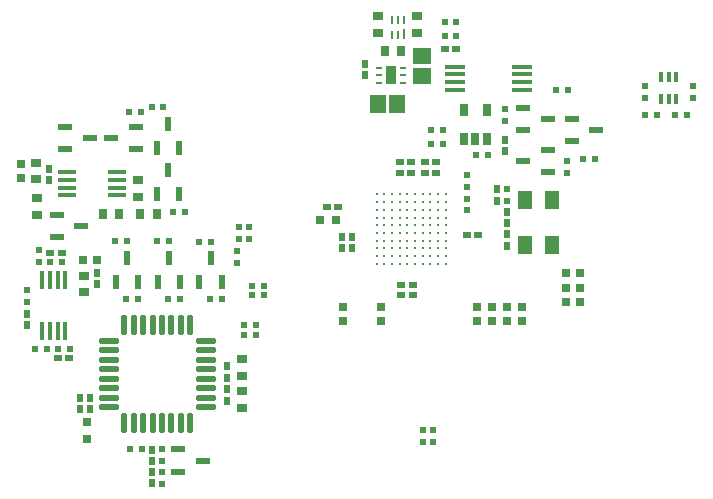
<source format=gbp>
G04 Layer_Color=128*
%FSLAX43Y43*%
%MOMM*%
G71*
G01*
G75*
%ADD28R,0.500X0.650*%
%ADD29R,0.550X0.600*%
%ADD30R,0.850X0.800*%
%ADD31R,0.600X0.550*%
%ADD32R,0.650X0.500*%
%ADD33R,0.700X0.700*%
%ADD35R,0.700X0.700*%
%ADD36R,0.800X0.850*%
%ADD78R,1.300X1.600*%
%ADD81C,0.280*%
%ADD83R,1.600X0.450*%
%ADD84R,0.650X1.050*%
%ADD85O,1.750X0.550*%
%ADD86O,0.550X1.750*%
%ADD87R,1.700X0.350*%
%ADD88R,1.300X0.600*%
%ADD89R,0.350X0.850*%
%ADD90R,0.650X0.800*%
%ADD91R,0.800X0.650*%
%ADD92R,1.350X1.500*%
%ADD94R,1.500X1.350*%
%ADD95R,0.600X1.300*%
%ADD96R,0.450X1.600*%
%ADD174R,0.250X0.800*%
%ADD175R,0.250X0.900*%
%ADD176R,0.900X1.500*%
%ADD177R,0.550X0.250*%
D28*
X-30875Y-22375D02*
D03*
Y-21425D02*
D03*
X-30000Y-22375D02*
D03*
Y-21425D02*
D03*
X-28900Y-7775D02*
D03*
Y-6825D02*
D03*
X-40600Y-35300D02*
D03*
Y-34350D02*
D03*
X-40600Y-32400D02*
D03*
Y-33350D02*
D03*
X-52250Y-35050D02*
D03*
Y-36000D02*
D03*
X-53075Y-35050D02*
D03*
Y-36000D02*
D03*
X-46975Y-42300D02*
D03*
Y-41350D02*
D03*
Y-40400D02*
D03*
Y-39450D02*
D03*
X-55650Y-16650D02*
D03*
Y-15700D02*
D03*
X-16900Y-21225D02*
D03*
Y-22175D02*
D03*
X-17800Y-18375D02*
D03*
Y-17425D02*
D03*
X-17100Y-14200D02*
D03*
Y-13250D02*
D03*
X-51650Y-24500D02*
D03*
Y-25450D02*
D03*
X-57550Y-27975D02*
D03*
Y-28925D02*
D03*
X-16900Y-20275D02*
D03*
Y-19325D02*
D03*
D29*
X-24050Y-38775D02*
D03*
Y-37775D02*
D03*
X-39575Y-20625D02*
D03*
Y-21625D02*
D03*
X-38750Y-21625D02*
D03*
Y-20625D02*
D03*
X-17100Y-11600D02*
D03*
Y-10600D02*
D03*
X-11800Y-16000D02*
D03*
Y-15000D02*
D03*
X-1200Y-9700D02*
D03*
Y-8700D02*
D03*
X-5200Y-8700D02*
D03*
Y-9700D02*
D03*
X-46125Y-40425D02*
D03*
Y-39425D02*
D03*
Y-42325D02*
D03*
Y-41325D02*
D03*
X-23175Y-38775D02*
D03*
Y-37775D02*
D03*
X-16900Y-18400D02*
D03*
Y-17400D02*
D03*
X-20300Y-18200D02*
D03*
Y-19200D02*
D03*
Y-17200D02*
D03*
Y-16200D02*
D03*
X-56500Y-22575D02*
D03*
Y-23575D02*
D03*
X-39750Y-22675D02*
D03*
Y-23675D02*
D03*
X-57550Y-26950D02*
D03*
Y-25950D02*
D03*
D30*
X-56700Y-19575D02*
D03*
Y-18175D02*
D03*
X-56750Y-15175D02*
D03*
Y-16575D02*
D03*
X-24500Y-2750D02*
D03*
Y-4150D02*
D03*
X-27800Y-2750D02*
D03*
Y-4150D02*
D03*
X-39325Y-31800D02*
D03*
Y-33200D02*
D03*
X-52750Y-26125D02*
D03*
Y-24725D02*
D03*
X-48125Y-16625D02*
D03*
Y-18025D02*
D03*
X-39325Y-35900D02*
D03*
Y-34500D02*
D03*
D31*
X-23325Y-13550D02*
D03*
X-22325D02*
D03*
Y-12400D02*
D03*
X-23325D02*
D03*
X-22200Y-4425D02*
D03*
X-21200D02*
D03*
X-11750Y-8975D02*
D03*
X-12750D02*
D03*
X-21200Y-3275D02*
D03*
X-22200D02*
D03*
X-19525Y-14525D02*
D03*
X-18525D02*
D03*
X-10482Y-14834D02*
D03*
X-9482D02*
D03*
X-39175Y-29775D02*
D03*
X-38175D02*
D03*
X-39175Y-28875D02*
D03*
X-38175D02*
D03*
X-55600Y-23600D02*
D03*
X-54600D02*
D03*
X-48175Y-26675D02*
D03*
X-49175D02*
D03*
X-44600D02*
D03*
X-45600D02*
D03*
X-41050D02*
D03*
X-42050D02*
D03*
X-43000Y-21850D02*
D03*
X-42000D02*
D03*
X-46550Y-21825D02*
D03*
X-45550D02*
D03*
X-50125D02*
D03*
X-49125D02*
D03*
X-4200Y-11100D02*
D03*
X-5200D02*
D03*
X-1700D02*
D03*
X-2700D02*
D03*
X-46000Y-10475D02*
D03*
X-47000D02*
D03*
X-47900Y-10850D02*
D03*
X-48900D02*
D03*
X-37525Y-26400D02*
D03*
X-38525D02*
D03*
X-37525Y-25625D02*
D03*
X-38525D02*
D03*
X-55850Y-30900D02*
D03*
X-56850D02*
D03*
X-54950D02*
D03*
X-53950D02*
D03*
X-47850Y-39425D02*
D03*
X-48850D02*
D03*
X-45200Y-19300D02*
D03*
X-44200D02*
D03*
D32*
X-54625Y-22775D02*
D03*
X-55575D02*
D03*
X-24900Y-26400D02*
D03*
X-25850D02*
D03*
X-24900Y-25500D02*
D03*
X-25850D02*
D03*
X-19325Y-21300D02*
D03*
X-20275D02*
D03*
X-22925Y-16000D02*
D03*
X-23875D02*
D03*
X-22925Y-15100D02*
D03*
X-23875D02*
D03*
X-25975Y-16000D02*
D03*
X-25025D02*
D03*
X-25975Y-15100D02*
D03*
X-25025D02*
D03*
X-32150Y-18900D02*
D03*
X-31200D02*
D03*
X-22175Y-5550D02*
D03*
X-21225D02*
D03*
X-53975Y-31725D02*
D03*
X-54925D02*
D03*
D33*
X-31375Y-20000D02*
D03*
X-32775D02*
D03*
D35*
X-52500Y-38550D02*
D03*
Y-37150D02*
D03*
D36*
X-27275Y-5700D02*
D03*
X-25875D02*
D03*
X-46550Y-19475D02*
D03*
X-47950D02*
D03*
X-49750D02*
D03*
X-51150D02*
D03*
D78*
X-13100Y-22150D02*
D03*
Y-18350D02*
D03*
X-15400D02*
D03*
Y-22150D02*
D03*
D81*
X-27950Y-17850D02*
D03*
X-27300D02*
D03*
X-26650D02*
D03*
X-26000D02*
D03*
X-25350D02*
D03*
X-24700D02*
D03*
X-24050D02*
D03*
X-23400D02*
D03*
X-22750D02*
D03*
X-22100D02*
D03*
X-27950Y-18500D02*
D03*
X-27300D02*
D03*
X-26650D02*
D03*
X-26000D02*
D03*
X-25350D02*
D03*
X-24700D02*
D03*
X-24050D02*
D03*
X-23400D02*
D03*
X-22750D02*
D03*
X-22100D02*
D03*
X-27950Y-19150D02*
D03*
X-27300D02*
D03*
X-26650D02*
D03*
X-26000D02*
D03*
X-25350D02*
D03*
X-24700D02*
D03*
X-24050D02*
D03*
X-23400D02*
D03*
X-22750D02*
D03*
X-27950Y-19800D02*
D03*
X-27300D02*
D03*
X-26650D02*
D03*
X-26000D02*
D03*
X-25350D02*
D03*
X-24700D02*
D03*
X-24050D02*
D03*
X-23400D02*
D03*
X-22750D02*
D03*
X-27950Y-20450D02*
D03*
X-27300D02*
D03*
X-26650D02*
D03*
X-26000D02*
D03*
X-25350D02*
D03*
X-24700D02*
D03*
X-24050D02*
D03*
X-23400D02*
D03*
X-22750D02*
D03*
X-27950Y-21750D02*
D03*
X-27300D02*
D03*
X-26650D02*
D03*
X-26000D02*
D03*
X-25350D02*
D03*
X-24700D02*
D03*
X-24050D02*
D03*
X-23400D02*
D03*
X-22750D02*
D03*
X-27950Y-22400D02*
D03*
X-27300D02*
D03*
X-26650D02*
D03*
X-26000D02*
D03*
X-25350D02*
D03*
X-24700D02*
D03*
X-24050D02*
D03*
X-23400D02*
D03*
X-22750D02*
D03*
X-27950Y-23050D02*
D03*
X-27300D02*
D03*
X-26650D02*
D03*
X-26000D02*
D03*
X-25350D02*
D03*
X-24700D02*
D03*
X-24050D02*
D03*
X-23400D02*
D03*
X-22750D02*
D03*
X-27950Y-23700D02*
D03*
X-27300D02*
D03*
X-26650D02*
D03*
X-26000D02*
D03*
X-25350D02*
D03*
X-24700D02*
D03*
X-24050D02*
D03*
X-23400D02*
D03*
X-22750D02*
D03*
X-27950Y-21100D02*
D03*
X-27300D02*
D03*
X-26650D02*
D03*
X-26000D02*
D03*
X-25350D02*
D03*
X-24700D02*
D03*
X-24050D02*
D03*
X-23400D02*
D03*
X-22750D02*
D03*
X-22100D02*
D03*
Y-19150D02*
D03*
Y-19800D02*
D03*
Y-20450D02*
D03*
Y-21750D02*
D03*
Y-22400D02*
D03*
Y-23050D02*
D03*
Y-23700D02*
D03*
D83*
X-49900Y-15975D02*
D03*
Y-16625D02*
D03*
Y-17275D02*
D03*
Y-17925D02*
D03*
X-54150Y-15975D02*
D03*
Y-16625D02*
D03*
Y-17275D02*
D03*
Y-17925D02*
D03*
D84*
X-18631Y-13123D02*
D03*
X-19584D02*
D03*
X-20537D02*
D03*
Y-10673D02*
D03*
X-18631D02*
D03*
D85*
X-42399Y-35851D02*
D03*
Y-35051D02*
D03*
Y-34251D02*
D03*
Y-33451D02*
D03*
Y-32651D02*
D03*
Y-31851D02*
D03*
Y-31051D02*
D03*
Y-30251D02*
D03*
X-50649D02*
D03*
Y-31051D02*
D03*
Y-31851D02*
D03*
Y-32651D02*
D03*
Y-33451D02*
D03*
Y-34251D02*
D03*
Y-35051D02*
D03*
Y-35851D02*
D03*
D86*
X-43724Y-28926D02*
D03*
X-44524D02*
D03*
X-45324D02*
D03*
X-46124D02*
D03*
X-46924D02*
D03*
X-47724D02*
D03*
X-48524D02*
D03*
X-49324D02*
D03*
Y-37176D02*
D03*
X-48524D02*
D03*
X-47724D02*
D03*
X-46924D02*
D03*
X-46124D02*
D03*
X-45324D02*
D03*
X-44524D02*
D03*
X-43724D02*
D03*
D87*
X-15650Y-7025D02*
D03*
Y-7675D02*
D03*
Y-8325D02*
D03*
Y-8975D02*
D03*
X-21350Y-7025D02*
D03*
Y-7675D02*
D03*
Y-8325D02*
D03*
Y-8975D02*
D03*
D88*
X-44735Y-41325D02*
D03*
Y-39425D02*
D03*
X-42635Y-40375D02*
D03*
X-11450Y-13350D02*
D03*
Y-11450D02*
D03*
X-9350Y-12400D02*
D03*
X-15550Y-12400D02*
D03*
Y-10500D02*
D03*
X-13450Y-11450D02*
D03*
Y-14050D02*
D03*
Y-15950D02*
D03*
X-15550Y-15000D02*
D03*
X-54300Y-14025D02*
D03*
Y-12125D02*
D03*
X-52200Y-13075D02*
D03*
X-48300Y-12125D02*
D03*
Y-14025D02*
D03*
X-50400Y-13075D02*
D03*
X-55050Y-21475D02*
D03*
Y-19575D02*
D03*
X-52950Y-20525D02*
D03*
D89*
X-3875Y-7875D02*
D03*
X-3225D02*
D03*
X-2575D02*
D03*
Y-9725D02*
D03*
X-3225D02*
D03*
X-3875D02*
D03*
D90*
X-58075Y-16450D02*
D03*
Y-15250D02*
D03*
X-30775Y-27375D02*
D03*
Y-28575D02*
D03*
X-15600Y-28600D02*
D03*
Y-27400D02*
D03*
X-16875Y-28600D02*
D03*
Y-27400D02*
D03*
X-18150Y-28600D02*
D03*
Y-27400D02*
D03*
X-19425Y-28600D02*
D03*
Y-27400D02*
D03*
X-27575Y-28575D02*
D03*
Y-27375D02*
D03*
D91*
X-11950Y-26975D02*
D03*
X-10750D02*
D03*
X-11950Y-24525D02*
D03*
X-10750D02*
D03*
X-11950Y-25750D02*
D03*
X-10750D02*
D03*
X-52825Y-23425D02*
D03*
X-51625D02*
D03*
D92*
X-27850Y-10175D02*
D03*
X-26200D02*
D03*
D94*
X-24075Y-6150D02*
D03*
Y-7800D02*
D03*
D95*
X-44675Y-13950D02*
D03*
X-46575D02*
D03*
X-45625Y-11850D02*
D03*
X-44675Y-17850D02*
D03*
X-46575D02*
D03*
X-45625Y-15750D02*
D03*
X-41050Y-25300D02*
D03*
X-42950D02*
D03*
X-42000Y-23200D02*
D03*
X-44600Y-25300D02*
D03*
X-46500D02*
D03*
X-45550Y-23200D02*
D03*
X-48150Y-25300D02*
D03*
X-50050D02*
D03*
X-49100Y-23200D02*
D03*
D96*
X-54300Y-29375D02*
D03*
X-54950D02*
D03*
X-55600D02*
D03*
X-56250D02*
D03*
X-54300Y-25125D02*
D03*
X-54950D02*
D03*
X-55600D02*
D03*
X-56250D02*
D03*
D174*
X-26150Y-3100D02*
D03*
Y-4350D02*
D03*
X-25650Y-3100D02*
D03*
X-26650D02*
D03*
Y-4350D02*
D03*
D175*
X-25650Y-4300D02*
D03*
D176*
X-26725Y-7750D02*
D03*
D177*
X-25675Y-8400D02*
D03*
Y-7750D02*
D03*
Y-7100D02*
D03*
X-27775D02*
D03*
Y-7750D02*
D03*
Y-8400D02*
D03*
M02*

</source>
